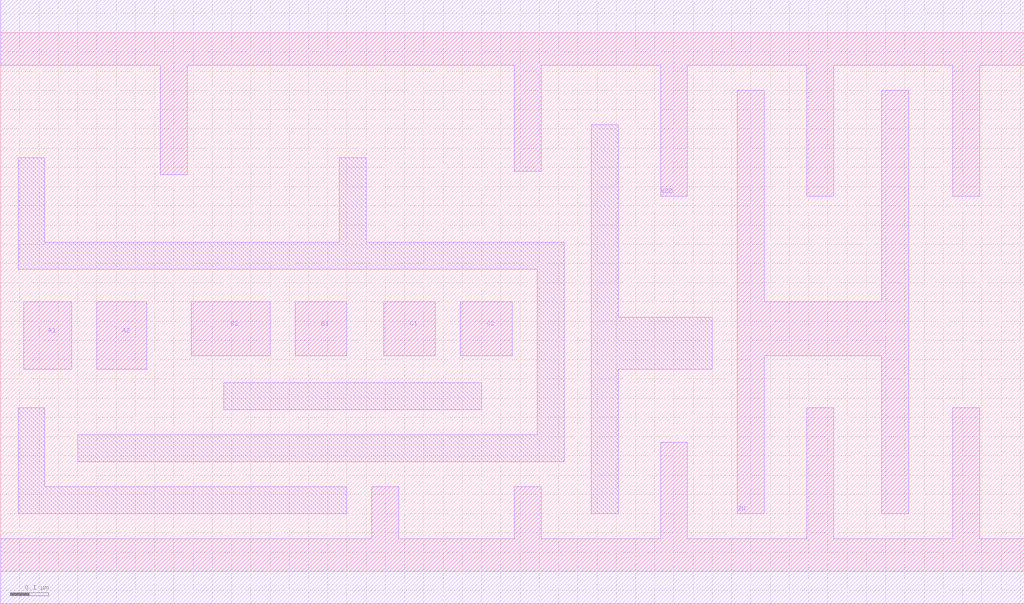
<source format=lef>
# 
# ******************************************************************************
# *                                                                            *
# *                   Copyright (C) 2004-2010, Nangate Inc.                    *
# *                           All rights reserved.                             *
# *                                                                            *
# * Nangate and the Nangate logo are trademarks of Nangate Inc.                *
# *                                                                            *
# * All trademarks, logos, software marks, and trade names (collectively the   *
# * "Marks") in this program are proprietary to Nangate or other respective    *
# * owners that have granted Nangate the right and license to use such Marks.  *
# * You are not permitted to use the Marks without the prior written consent   *
# * of Nangate or such third party that may own the Marks.                     *
# *                                                                            *
# * This file has been provided pursuant to a License Agreement containing     *
# * restrictions on its use. This file contains valuable trade secrets and     *
# * proprietary information of Nangate Inc., and is protected by U.S. and      *
# * international laws and/or treaties.                                        *
# *                                                                            *
# * The copyright notice(s) in this file does not indicate actual or intended  *
# * publication of this file.                                                  *
# *                                                                            *
# *     NGLibraryCreator, v2010.08-HR32-SP3-2010-08-05 - build 1009061800      *
# *                                                                            *
# ******************************************************************************
# 
# 
# Running on brazil06.nangate.com.br for user Giancarlo Franciscatto (gfr).
# Local time is now Fri, 3 Dec 2010, 19:32:18.
# Main process id is 27821.

VERSION 5.6 ;
BUSBITCHARS "[]" ;
DIVIDERCHAR "/" ;

MACRO OAI222_X4
  CLASS core ;
  FOREIGN OAI222_X4 0.0 0.0 ;
  ORIGIN 0 0 ;
  SYMMETRY X Y ;
  SITE FreePDK45_38x28_10R_NP_162NW_34O ;
  SIZE 2.66 BY 1.4 ;
  PIN A1
    DIRECTION INPUT ;
    ANTENNAPARTIALMETALAREA 0.021875 LAYER metal1 ;
    ANTENNAPARTIALMETALSIDEAREA 0.078 LAYER metal1 ;
    ANTENNAGATEAREA 0.05225 ;
    PORT
      LAYER metal1 ;
        POLYGON 0.06 0.525 0.185 0.525 0.185 0.7 0.06 0.7  ;
    END
  END A1
  PIN A2
    DIRECTION INPUT ;
    ANTENNAPARTIALMETALAREA 0.02275 LAYER metal1 ;
    ANTENNAPARTIALMETALSIDEAREA 0.0793 LAYER metal1 ;
    ANTENNAGATEAREA 0.05225 ;
    PORT
      LAYER metal1 ;
        POLYGON 0.25 0.525 0.38 0.525 0.38 0.7 0.25 0.7  ;
    END
  END A2
  PIN B1
    DIRECTION INPUT ;
    ANTENNAPARTIALMETALAREA 0.0189 LAYER metal1 ;
    ANTENNAPARTIALMETALSIDEAREA 0.0715 LAYER metal1 ;
    ANTENNAGATEAREA 0.05225 ;
    PORT
      LAYER metal1 ;
        POLYGON 0.765 0.56 0.9 0.56 0.9 0.7 0.765 0.7  ;
    END
  END B1
  PIN B2
    DIRECTION INPUT ;
    ANTENNAPARTIALMETALAREA 0.0287 LAYER metal1 ;
    ANTENNAPARTIALMETALSIDEAREA 0.0897 LAYER metal1 ;
    ANTENNAGATEAREA 0.05225 ;
    PORT
      LAYER metal1 ;
        POLYGON 0.495 0.56 0.7 0.56 0.7 0.7 0.495 0.7  ;
    END
  END B2
  PIN C1
    DIRECTION INPUT ;
    ANTENNAPARTIALMETALAREA 0.0189 LAYER metal1 ;
    ANTENNAPARTIALMETALSIDEAREA 0.0715 LAYER metal1 ;
    ANTENNAGATEAREA 0.05225 ;
    PORT
      LAYER metal1 ;
        POLYGON 0.995 0.56 1.13 0.56 1.13 0.7 0.995 0.7  ;
    END
  END C1
  PIN C2
    DIRECTION INPUT ;
    ANTENNAPARTIALMETALAREA 0.0189 LAYER metal1 ;
    ANTENNAPARTIALMETALSIDEAREA 0.0715 LAYER metal1 ;
    ANTENNAGATEAREA 0.05225 ;
    PORT
      LAYER metal1 ;
        POLYGON 1.195 0.56 1.25 0.56 1.33 0.56 1.33 0.7 1.25 0.7 1.195 0.7  ;
    END
  END C2
  PIN ZN
    DIRECTION OUTPUT ;
    ANTENNAPARTIALMETALAREA 0.1967 LAYER metal1 ;
    ANTENNAPARTIALMETALSIDEAREA 0.6513 LAYER metal1 ;
    ANTENNADIFFAREA 0.2926 ;
    PORT
      LAYER metal1 ;
        POLYGON 1.915 0.15 1.985 0.15 1.985 0.56 2.29 0.56 2.29 0.15 2.36 0.15 2.36 1.25 2.29 1.25 2.29 0.7 1.985 0.7 1.985 1.25 1.915 1.25  ;
    END
  END ZN
  PIN VDD
    DIRECTION INOUT ;
    USE power ;
    SHAPE ABUTMENT ;
    PORT
      LAYER metal1 ;
        POLYGON 0 1.315 0.415 1.315 0.415 1.03 0.485 1.03 0.485 1.315 1.335 1.315 1.335 1.04 1.405 1.04 1.405 1.315 1.465 1.315 1.715 1.315 1.715 0.975 1.785 0.975 1.785 1.315 1.85 1.315 2.095 1.315 2.095 0.975 2.165 0.975 2.165 1.315 2.475 1.315 2.475 0.975 2.545 0.975 2.545 1.315 2.66 1.315 2.66 1.485 1.85 1.485 1.465 1.485 0 1.485  ;
    END
  END VDD
  PIN VSS
    DIRECTION INOUT ;
    USE ground ;
    SHAPE ABUTMENT ;
    PORT
      LAYER metal1 ;
        POLYGON 0 -0.085 2.66 -0.085 2.66 0.085 2.545 0.085 2.545 0.425 2.475 0.425 2.475 0.085 2.165 0.085 2.165 0.425 2.095 0.425 2.095 0.085 1.785 0.085 1.785 0.335 1.715 0.335 1.715 0.085 1.405 0.085 1.405 0.22 1.335 0.22 1.335 0.085 1.035 0.085 1.035 0.22 0.965 0.22 0.965 0.085 0 0.085  ;
    END
  END VSS
  OBS
      LAYER metal1 ;
        POLYGON 0.045 0.15 0.9 0.15 0.9 0.22 0.115 0.22 0.115 0.425 0.045 0.425  ;
        POLYGON 0.58 0.42 1.25 0.42 1.25 0.49 0.58 0.49  ;
        POLYGON 0.045 0.785 1.395 0.785 1.395 0.355 0.2 0.355 0.2 0.285 1.465 0.285 1.465 0.855 0.95 0.855 0.95 1.075 0.88 1.075 0.88 0.855 0.115 0.855 0.115 1.075 0.045 1.075  ;
        POLYGON 1.535 0.15 1.605 0.15 1.605 0.525 1.85 0.525 1.85 0.66 1.605 0.66 1.605 1.16 1.535 1.16  ;
  END
END OAI222_X4

END LIBRARY
#
# End of file
#

</source>
